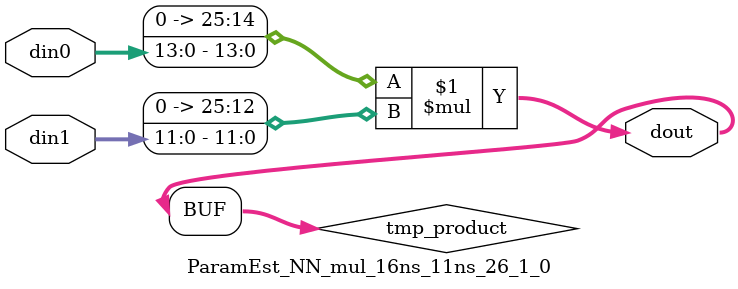
<source format=v>

`timescale 1 ns / 1 ps

  module ParamEst_NN_mul_16ns_11ns_26_1_0(din0, din1, dout);
parameter ID = 1;
parameter NUM_STAGE = 0;
parameter din0_WIDTH = 14;
parameter din1_WIDTH = 12;
parameter dout_WIDTH = 26;

input [din0_WIDTH - 1 : 0] din0; 
input [din1_WIDTH - 1 : 0] din1; 
output [dout_WIDTH - 1 : 0] dout;

wire signed [dout_WIDTH - 1 : 0] tmp_product;










assign tmp_product = $signed({1'b0, din0}) * $signed({1'b0, din1});











assign dout = tmp_product;







endmodule

</source>
